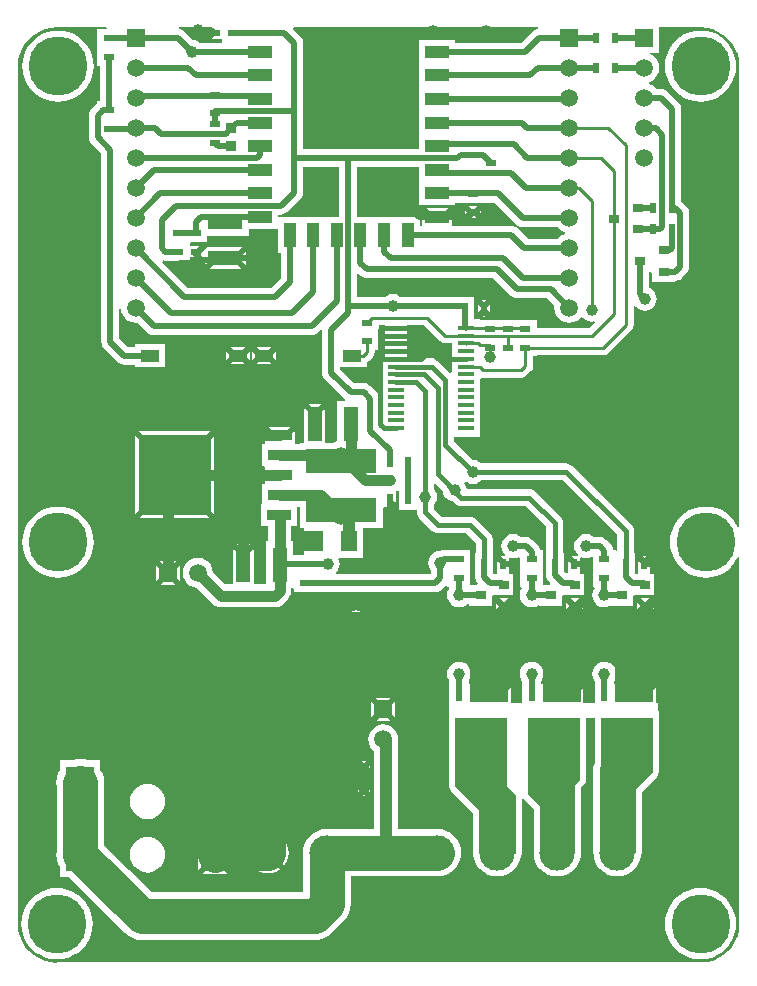
<source format=gtl>
G04 Layer_Physical_Order=1*
G04 Layer_Color=255*
%FSLAX25Y25*%
%MOIN*%
G70*
G01*
G75*
%ADD10R,0.09449X0.11024*%
%ADD11C,0.03937*%
%ADD12R,0.01968X0.03543*%
%ADD13R,0.03543X0.01968*%
%ADD14R,0.03543X0.03150*%
%ADD15R,0.02362X0.05118*%
%ADD16R,0.17362X0.16142*%
%ADD17R,0.05118X0.11614*%
%ADD18R,0.23622X0.07874*%
%ADD19R,0.05276X0.07087*%
%ADD20R,0.07874X0.03543*%
%ADD21R,0.24488X0.27008*%
%ADD22R,0.03937X0.07874*%
%ADD23R,0.07874X0.03937*%
%ADD24R,0.03740X0.03347*%
%ADD25R,0.05512X0.01772*%
%ADD26R,0.06000X0.03937*%
%ADD27R,0.11614X0.05118*%
%ADD28C,0.11811*%
%ADD29C,0.03937*%
%ADD30C,0.01968*%
%ADD31C,0.03543*%
%ADD32C,0.01181*%
%ADD33C,0.01575*%
%ADD34C,0.01000*%
%ADD35C,0.03858*%
%ADD36R,0.04035X0.33858*%
%ADD37R,0.05807X0.07087*%
%ADD38R,0.12500X0.15059*%
%ADD39R,1.34252X0.16831*%
%ADD40C,0.19685*%
%ADD41R,0.05905X0.05905*%
%ADD42C,0.05905*%
%ADD43C,0.06000*%
%ADD44R,0.05905X0.05905*%
%ADD45C,0.11811*%
%ADD46C,0.03543*%
G36*
X639473Y630370D02*
X639539Y629870D01*
X639939Y628904D01*
X640575Y628075D01*
X641404Y627439D01*
X642370Y627039D01*
X642870Y626973D01*
X643583Y626260D01*
X643583Y626260D01*
X644165Y625813D01*
X644843Y625532D01*
X645571Y625437D01*
X645571Y625437D01*
X667044D01*
X673931Y618550D01*
Y609776D01*
X673758D01*
Y606200D01*
X673732Y606004D01*
Y602490D01*
X673758Y602295D01*
Y602232D01*
X673766D01*
X673835Y601711D01*
X674135Y600985D01*
X674614Y600362D01*
X675270Y599706D01*
X675078Y599244D01*
X672718D01*
Y604252D01*
X672718Y604626D01*
X672718Y605000D01*
Y610720D01*
X671887D01*
X671854Y610966D01*
X671554Y611692D01*
X671075Y612315D01*
X669156Y614235D01*
X668533Y614713D01*
X667807Y615014D01*
X667028Y615116D01*
X665490D01*
X664895Y615573D01*
X663930Y615973D01*
X662894Y616109D01*
X661858Y615973D01*
X660892Y615573D01*
X660063Y614937D01*
X659427Y614108D01*
X659027Y613142D01*
X658891Y612106D01*
X659027Y611070D01*
X659427Y610105D01*
X660063Y609276D01*
X660098Y609249D01*
X659938Y608776D01*
X658839D01*
X660117Y607498D01*
X658702Y606084D01*
X657425Y607361D01*
Y603313D01*
X657425Y603232D01*
X657230Y602813D01*
X656365D01*
X656199Y602979D01*
Y606004D01*
X656173Y606200D01*
Y609776D01*
X656000D01*
Y614331D01*
X655905Y615058D01*
X655624Y615736D01*
X655177Y616319D01*
X655177Y616319D01*
X650401Y621095D01*
X649819Y621541D01*
X649141Y621822D01*
X648413Y621918D01*
X648413Y621918D01*
X638948D01*
X636276Y624590D01*
Y625600D01*
X636295Y625615D01*
X636931Y626443D01*
X637331Y627409D01*
X637467Y628445D01*
X637331Y629481D01*
X636931Y630446D01*
X636295Y631275D01*
X636276Y631290D01*
Y632914D01*
X636738Y633105D01*
X639473Y630370D01*
D02*
G37*
G36*
X638453Y680383D02*
X639281Y679830D01*
X640256Y679636D01*
X642291D01*
Y676740D01*
Y674181D01*
Y670069D01*
X641791Y669862D01*
X637716Y673937D01*
X637134Y674384D01*
X636456Y674664D01*
X635728Y674760D01*
X635728Y674760D01*
X628575D01*
Y674835D01*
X627575D01*
Y677740D01*
Y680299D01*
Y682858D01*
Y685640D01*
X633196D01*
X638453Y680383D01*
D02*
G37*
G36*
X584319Y709913D02*
X585277D01*
Y701345D01*
X582218Y698286D01*
X554471D01*
X545851Y706906D01*
X545967Y707204D01*
X546105Y707359D01*
X546811Y707266D01*
X551181D01*
X551377Y707291D01*
X554953D01*
Y708291D01*
X559622D01*
X559858Y708291D01*
X560122Y707901D01*
Y705926D01*
X562974Y708778D01*
X564388Y707364D01*
X561536Y704512D01*
X572322D01*
X569470Y707364D01*
X570177Y708071D01*
X569470Y708778D01*
X572322Y711630D01*
X560642D01*
X558581Y709569D01*
X557167Y710983D01*
X558444Y712260D01*
X554953D01*
Y713260D01*
X555359Y713486D01*
X557087D01*
X557282Y713512D01*
X560858D01*
Y715520D01*
X574736D01*
Y717787D01*
X584319D01*
Y709913D01*
D02*
G37*
G36*
X612041Y702202D02*
X612664Y701724D01*
X613390Y701423D01*
X614169Y701321D01*
X656234D01*
X662045Y695509D01*
X662668Y695031D01*
X663394Y694730D01*
X664173Y694628D01*
X674115D01*
X676590Y692153D01*
X676505Y691500D01*
X676675Y690207D01*
X677174Y689002D01*
X677968Y687968D01*
X679002Y687174D01*
X680207Y686675D01*
X681500Y686505D01*
X682793Y686675D01*
X683998Y687174D01*
X685032Y687968D01*
X685395Y688441D01*
X685895D01*
X686146Y688115D01*
X686975Y687478D01*
X687940Y687079D01*
X688976Y686942D01*
X689829Y687054D01*
X690063Y686581D01*
X688216Y684734D01*
X670701D01*
Y687492D01*
X651803D01*
Y687630D01*
X649900D01*
Y691339D01*
X649874Y691534D01*
Y695110D01*
X646298D01*
X646102Y695136D01*
X625234D01*
X624639Y695592D01*
X623674Y695992D01*
X622638Y696129D01*
X621602Y695992D01*
X620636Y695592D01*
X620042Y695136D01*
X610884D01*
Y702706D01*
X611346Y702897D01*
X612041Y702202D01*
D02*
G37*
G36*
X620063Y682858D02*
Y680299D01*
Y677740D01*
Y674835D01*
X619063D01*
Y672276D01*
Y666504D01*
Y661386D01*
Y658827D01*
Y656268D01*
Y651649D01*
X618563Y651442D01*
X618167Y651837D01*
Y661221D01*
X618065Y662000D01*
X617764Y662725D01*
X617286Y663349D01*
X615121Y665514D01*
X614497Y665993D01*
X613771Y666293D01*
X612992Y666396D01*
X609908D01*
X605182Y671122D01*
X605191Y671622D01*
X614153D01*
Y673426D01*
X614696Y673788D01*
X615976Y675068D01*
X616528Y675895D01*
X616722Y676870D01*
Y677370D01*
X617945D01*
Y683339D01*
X617945D01*
Y683591D01*
X617945D01*
Y685640D01*
X620063D01*
Y682858D01*
D02*
G37*
G36*
X624638Y630480D02*
X624864Y630074D01*
Y627953D01*
X624890Y627757D01*
Y624181D01*
X630653D01*
Y623425D01*
X630653Y623425D01*
X630749Y622697D01*
X631030Y622019D01*
X631477Y621437D01*
X635795Y617119D01*
X635795Y617119D01*
X636378Y616672D01*
X637056Y616391D01*
X637783Y616295D01*
X647249D01*
X650378Y613166D01*
Y609776D01*
X650205D01*
Y606200D01*
X650179Y606004D01*
Y601732D01*
X650281Y600953D01*
X650582Y600227D01*
X650953Y599744D01*
X650760Y599244D01*
X648457D01*
Y604500D01*
X648457D01*
Y604752D01*
X648457D01*
Y610720D01*
X644881D01*
X644685Y610746D01*
X639724D01*
X638945Y610644D01*
X638569Y610488D01*
X638484Y610499D01*
X637448Y610362D01*
X636483Y609963D01*
X635654Y609326D01*
X635018Y608497D01*
X634618Y607532D01*
X634481Y606496D01*
X634618Y605460D01*
X635018Y604495D01*
X635474Y603900D01*
Y602754D01*
X603917D01*
X603757Y603228D01*
X603815Y603272D01*
X604451Y604101D01*
X604851Y605066D01*
X604987Y606102D01*
X604851Y607138D01*
X604603Y607736D01*
X604937Y608236D01*
X612630D01*
Y618079D01*
X619323D01*
Y624825D01*
X619669Y625181D01*
X622224D01*
X620946Y626458D01*
X622361Y627873D01*
X623638Y626595D01*
Y630480D01*
X624638D01*
D02*
G37*
G36*
X510733Y784961D02*
X527231D01*
X527430Y784461D01*
X527410Y784441D01*
X524181D01*
Y778473D01*
X524181D01*
Y778221D01*
X524181D01*
Y772252D01*
X524943D01*
Y760425D01*
X524181D01*
Y759698D01*
X524013Y759569D01*
X522183Y757739D01*
X521704Y757115D01*
X521404Y756389D01*
X521301Y755610D01*
Y748425D01*
X521404Y747646D01*
X521704Y746920D01*
X522183Y746297D01*
X525533Y742946D01*
Y680118D01*
X525636Y679339D01*
X525937Y678613D01*
X526415Y677990D01*
X530942Y673462D01*
X531566Y672984D01*
X532292Y672683D01*
X533071Y672581D01*
X536634D01*
Y671622D01*
X546634D01*
Y679559D01*
X536634D01*
Y678601D01*
X534318D01*
X531553Y681365D01*
Y691097D01*
X532053Y691129D01*
X532175Y690207D01*
X532674Y689002D01*
X533468Y687968D01*
X534502Y687174D01*
X535707Y686675D01*
X537000Y686505D01*
X537653Y686590D01*
X540939Y683305D01*
X541562Y682826D01*
X542288Y682526D01*
X543067Y682423D01*
X595669D01*
X596448Y682526D01*
X597174Y682826D01*
X597798Y683305D01*
X598682Y684189D01*
X599153Y683958D01*
X599155Y683955D01*
Y669882D01*
X599258Y669103D01*
X599559Y668377D01*
X600037Y667754D01*
X606533Y661257D01*
X606786Y661063D01*
X606617Y660563D01*
X604102D01*
Y647112D01*
X602990Y646651D01*
X602778Y646488D01*
X600213D01*
Y658149D01*
X597361Y655297D01*
X596654Y656004D01*
X595947Y655297D01*
X593094Y658149D01*
Y646488D01*
X591701D01*
Y646226D01*
X590428D01*
X589976Y646343D01*
X589976Y646726D01*
Y650472D01*
X587912Y648407D01*
X586498Y649821D01*
X588562Y651886D01*
X581517D01*
X583581Y649821D01*
X582167Y648407D01*
X580102Y650472D01*
X580102Y646343D01*
X579664Y646193D01*
X579102D01*
Y638650D01*
X579664D01*
X580102Y638500D01*
X580102Y638150D01*
X580102Y632957D01*
X579664Y632807D01*
X579102D01*
Y626213D01*
X578905D01*
Y618669D01*
X581137D01*
Y613713D01*
X580382D01*
Y599375D01*
X576492D01*
Y611298D01*
X573640Y608446D01*
X572933Y609154D01*
X572226Y608446D01*
X569374Y611298D01*
Y599375D01*
X566910D01*
X562693Y603592D01*
X562581Y604443D01*
X562082Y605647D01*
X561288Y606682D01*
X560254Y607476D01*
X559049Y607975D01*
X557756Y608145D01*
X556463Y607975D01*
X555258Y607476D01*
X554224Y606682D01*
X553430Y605647D01*
X552931Y604443D01*
X552760Y603150D01*
X552931Y601857D01*
X553430Y600652D01*
X554224Y599617D01*
X555258Y598823D01*
X556463Y598324D01*
X557313Y598212D01*
X562645Y592881D01*
X562645Y592881D01*
X562929Y592662D01*
X563433Y592276D01*
X563970Y592054D01*
X564350Y591896D01*
X565335Y591767D01*
X583464D01*
X583465Y591767D01*
X583957Y591831D01*
X584449Y591896D01*
X585367Y592276D01*
X586155Y592881D01*
X587631Y594357D01*
X587631Y594357D01*
X588236Y595145D01*
X588616Y596063D01*
X588745Y597047D01*
Y598098D01*
X589500D01*
X589732Y597695D01*
Y596760D01*
X593308D01*
X593504Y596734D01*
X636850D01*
X637629Y596837D01*
X638355Y597137D01*
X638979Y597616D01*
X640413Y599050D01*
X640913Y598843D01*
Y598531D01*
X641347D01*
X641594Y598032D01*
X641317Y597671D01*
X640917Y596705D01*
X640781Y595669D01*
X640917Y594633D01*
X641317Y593668D01*
X641953Y592839D01*
X642782Y592203D01*
X643748Y591803D01*
X644783Y591667D01*
X645819Y591803D01*
X646785Y592203D01*
X647380Y592659D01*
X648197D01*
Y592095D01*
X655740D01*
Y595275D01*
X656071Y595638D01*
X663614D01*
Y602787D01*
X661527D01*
X661394Y603232D01*
X661394Y603287D01*
Y607982D01*
X661752Y608221D01*
X661894Y608235D01*
X662894Y608104D01*
X663930Y608240D01*
X664675Y608549D01*
X665175Y608267D01*
X665175Y604626D01*
X665175Y604252D01*
Y598531D01*
X665560D01*
X665806Y598032D01*
X665530Y597671D01*
X665130Y596705D01*
X664993Y595669D01*
X665130Y594633D01*
X665530Y593668D01*
X666166Y592839D01*
X666995Y592203D01*
X667960Y591803D01*
X668996Y591667D01*
X670032Y591803D01*
X670997Y592203D01*
X671220Y592374D01*
X671721Y592127D01*
Y592095D01*
X679264D01*
Y595275D01*
X679595Y595638D01*
X687138D01*
Y602787D01*
X685080D01*
X684947Y603232D01*
X684947Y603287D01*
Y608164D01*
X685447Y608498D01*
X686070Y608240D01*
X687106Y608104D01*
X688142Y608240D01*
X688937Y608569D01*
X689437Y608316D01*
X689437Y604626D01*
X689437Y604252D01*
Y598531D01*
X689773D01*
X690019Y598032D01*
X689742Y597671D01*
X689342Y596705D01*
X689206Y595669D01*
X689342Y594633D01*
X689742Y593668D01*
X690378Y592839D01*
X691207Y592203D01*
X692173Y591803D01*
X693209Y591667D01*
X694245Y591803D01*
X694774Y592022D01*
X695244Y592095D01*
X695244Y592095D01*
X695244Y592095D01*
X702787D01*
Y595275D01*
X703118Y595638D01*
X710661D01*
Y602787D01*
X708633D01*
X708500Y603232D01*
X708500Y603287D01*
Y607361D01*
X707223Y606084D01*
X706516Y606791D01*
X705808Y606084D01*
X704531Y607361D01*
Y603313D01*
X704531Y603232D01*
X704336Y602813D01*
X703609D01*
X703305Y603117D01*
Y606004D01*
X703279Y606200D01*
Y609776D01*
X703107D01*
Y617028D01*
X703107Y617028D01*
X703011Y617755D01*
X702730Y618433D01*
X702283Y619016D01*
X702283Y619016D01*
X682500Y638799D01*
X681917Y639246D01*
X681240Y639527D01*
X680512Y639622D01*
X680512Y639622D01*
X652156D01*
X652141Y639641D01*
X651312Y640277D01*
X650347Y640677D01*
X649311Y640814D01*
X649287Y640811D01*
X643067Y647031D01*
Y648591D01*
X651803D01*
Y651150D01*
Y653709D01*
Y656268D01*
Y658827D01*
Y661386D01*
Y663945D01*
Y667918D01*
X652303Y668328D01*
X652854Y668219D01*
X665453D01*
X666428Y668413D01*
X667255Y668965D01*
X668731Y670442D01*
X669284Y671269D01*
X669478Y672244D01*
Y675303D01*
X670701D01*
Y675738D01*
X692854D01*
X693830Y675932D01*
X694657Y676485D01*
X702196Y684024D01*
X702749Y684851D01*
X702943Y685827D01*
Y692035D01*
X703443Y692205D01*
X703863Y691658D01*
X704692Y691022D01*
X705657Y690622D01*
X706693Y690485D01*
X707729Y690622D01*
X708694Y691022D01*
X709523Y691658D01*
X710159Y692487D01*
X710559Y693452D01*
X710696Y694488D01*
X710559Y695524D01*
X710159Y696490D01*
X709523Y697319D01*
X708694Y697955D01*
X708128Y698189D01*
Y703512D01*
X708890D01*
X709221Y703149D01*
Y699968D01*
X716764D01*
Y700533D01*
X716929D01*
X717708Y700636D01*
X718434Y700937D01*
X719058Y701415D01*
X720606Y702963D01*
X721084Y703586D01*
X721385Y704312D01*
X721487Y705091D01*
Y723255D01*
X721385Y724034D01*
X721084Y724760D01*
X720606Y725384D01*
X719058Y726931D01*
X718719Y727192D01*
Y757913D01*
X718616Y758692D01*
X718315Y759418D01*
X717837Y760042D01*
X714250Y763628D01*
X713627Y764107D01*
X712901Y764407D01*
X712122Y764510D01*
X710433D01*
X710032Y765032D01*
X708998Y765826D01*
X708024Y766229D01*
Y766771D01*
X708998Y767174D01*
X710032Y767968D01*
X710826Y769002D01*
X711325Y770207D01*
X711495Y771500D01*
X711325Y772793D01*
X710826Y773998D01*
X710032Y775032D01*
X708998Y775826D01*
X708464Y776047D01*
X708564Y776547D01*
X711453D01*
Y784961D01*
X725291D01*
X725424Y784987D01*
X727318Y784838D01*
X729294Y784364D01*
X731173Y783586D01*
X732906Y782524D01*
X734452Y781204D01*
X735772Y779658D01*
X736834Y777924D01*
X737612Y776047D01*
X738086Y774070D01*
X738235Y772176D01*
X738209Y772043D01*
Y618476D01*
X737719Y618379D01*
X737553Y618779D01*
X736579Y620368D01*
X735368Y621786D01*
X733951Y622996D01*
X732362Y623970D01*
X730639Y624684D01*
X728827Y625119D01*
X726968Y625265D01*
X725110Y625119D01*
X723298Y624684D01*
X721575Y623970D01*
X719986Y622996D01*
X718569Y621786D01*
X717358Y620368D01*
X716384Y618779D01*
X715671Y617057D01*
X715236Y615244D01*
X715089Y613386D01*
X715236Y611527D01*
X715671Y609715D01*
X716384Y607993D01*
X717358Y606403D01*
X718569Y604986D01*
X719986Y603775D01*
X721575Y602801D01*
X723298Y602088D01*
X725110Y601653D01*
X726968Y601507D01*
X728827Y601653D01*
X730639Y602088D01*
X732362Y602801D01*
X733951Y603775D01*
X735368Y604986D01*
X736579Y606403D01*
X737553Y607993D01*
X737719Y608393D01*
X738209Y608295D01*
Y486216D01*
X738235Y486086D01*
X738086Y484198D01*
X737612Y482221D01*
X736834Y480343D01*
X735772Y478610D01*
X734452Y477064D01*
X732906Y475744D01*
X731173Y474682D01*
X729294Y473904D01*
X727318Y473429D01*
X725790Y473309D01*
X725291Y473307D01*
Y473307D01*
X725288Y473306D01*
X510732D01*
X510600Y473280D01*
X508706Y473429D01*
X506729Y473903D01*
X504851Y474681D01*
X503118Y475743D01*
X501572Y477064D01*
X500252Y478609D01*
X499190Y480342D01*
X498412Y482221D01*
X497937Y484197D01*
X497788Y486089D01*
X497815Y486221D01*
Y771556D01*
X497815Y772048D01*
X497815Y772048D01*
X497817Y772547D01*
X497937Y774075D01*
X498412Y776051D01*
X499190Y777929D01*
X500252Y779663D01*
X501572Y781209D01*
X503118Y782529D01*
X504851Y783591D01*
X506729Y784369D01*
X508706Y784843D01*
X510582Y784991D01*
X510733Y784961D01*
D02*
G37*
G36*
X591701Y618079D02*
X593094D01*
Y609236D01*
X592703Y608975D01*
X589500D01*
Y613713D01*
X588745D01*
Y618669D01*
X590779D01*
Y625231D01*
X591701D01*
Y618079D01*
D02*
G37*
G36*
X697484Y615863D02*
Y610328D01*
X697480Y610327D01*
X696980Y610670D01*
Y610720D01*
X696194D01*
X696116Y611310D01*
X695815Y612037D01*
X695337Y612660D01*
X693762Y614235D01*
X693139Y614713D01*
X692413Y615014D01*
X691634Y615116D01*
X689703D01*
X689108Y615573D01*
X688142Y615973D01*
X687106Y616109D01*
X686070Y615973D01*
X685105Y615573D01*
X684276Y614937D01*
X683640Y614108D01*
X683240Y613142D01*
X683104Y612106D01*
X683240Y611070D01*
X683640Y610105D01*
X684276Y609276D01*
X684311Y609249D01*
X684150Y608776D01*
X682393D01*
X683670Y607498D01*
X682255Y606084D01*
X680978Y607361D01*
Y603313D01*
X680978Y603232D01*
X680974Y603223D01*
X680373Y603116D01*
X679752Y603737D01*
Y606004D01*
X679726Y606200D01*
Y609776D01*
X679554D01*
Y619715D01*
X679458Y620442D01*
X679177Y621120D01*
X678730Y621703D01*
X678730Y621703D01*
X670197Y630236D01*
X669614Y630683D01*
X668936Y630964D01*
X668209Y631060D01*
X668209Y631060D01*
X647388D01*
X647272Y631942D01*
X646872Y632907D01*
X646605Y633255D01*
X646961Y633612D01*
X647310Y633345D01*
X648275Y632945D01*
X649311Y632808D01*
X650347Y632945D01*
X651312Y633345D01*
X652141Y633981D01*
X652156Y634000D01*
X679347D01*
X697484Y615863D01*
D02*
G37*
G36*
X560614Y782540D02*
X561891Y783817D01*
X563306Y782403D01*
X562028Y781126D01*
X565761D01*
Y780126D01*
X565362Y779884D01*
X558222D01*
X557627Y780340D01*
X556662Y780740D01*
X555919Y780838D01*
X553128Y783628D01*
X552505Y784107D01*
X551779Y784407D01*
X551372Y784461D01*
X551405Y784961D01*
X560614D01*
Y782540D01*
D02*
G37*
G36*
X604864Y721787D02*
X584382D01*
Y722581D01*
X585433D01*
X586212Y722683D01*
X586938Y722984D01*
X587562Y723462D01*
X591892Y727793D01*
X592371Y728416D01*
X592671Y729142D01*
X592774Y729921D01*
Y738329D01*
X604864D01*
Y721787D01*
D02*
G37*
G36*
X671128Y784461D02*
X670721Y784407D01*
X669995Y784107D01*
X669372Y783628D01*
X665627Y779884D01*
X643437D01*
Y780842D01*
X631563D01*
Y772905D01*
Y765031D01*
Y757158D01*
Y749284D01*
Y744349D01*
X592774D01*
Y757087D01*
Y779921D01*
X592671Y780700D01*
X592371Y781426D01*
X591892Y782050D01*
X589443Y784499D01*
X589634Y784961D01*
X671095D01*
X671128Y784461D01*
D02*
G37*
G36*
X631563Y733535D02*
Y725661D01*
X643437D01*
Y726620D01*
X656623D01*
X663872Y719372D01*
X664495Y718893D01*
X665221Y718593D01*
X666000Y718490D01*
X677567D01*
X677968Y717968D01*
X679002Y717174D01*
X679976Y716771D01*
Y716229D01*
X679002Y715826D01*
X677968Y715032D01*
X677567Y714510D01*
X667747D01*
X664278Y717979D01*
X663655Y718457D01*
X662929Y718758D01*
X662150Y718860D01*
X642437D01*
Y723310D01*
X640176Y721049D01*
X638761Y722463D01*
X641023Y724724D01*
X633977D01*
X636239Y722463D01*
X634824Y721049D01*
X632563Y723310D01*
Y718860D01*
X631626D01*
Y721787D01*
X610884D01*
Y738329D01*
X631563D01*
Y733535D01*
D02*
G37*
%LPC*%
G36*
X573736Y710216D02*
X571591Y708071D01*
X573736Y705926D01*
Y710216D01*
D02*
G37*
G36*
X651126Y692696D02*
Y689981D01*
X652403Y691258D01*
X653110Y690551D01*
X653817Y691258D01*
X655094Y689981D01*
Y692696D01*
X653817Y691419D01*
X653110Y692126D01*
X652403Y691419D01*
X651126Y692696D01*
D02*
G37*
G36*
X653110Y689137D02*
X652540Y688567D01*
X653680D01*
X653110Y689137D01*
D02*
G37*
G36*
X653680Y694110D02*
X652540D01*
X653110Y693540D01*
X653680Y694110D01*
D02*
G37*
G36*
X610532Y590691D02*
X609757Y590589D01*
X609260Y590383D01*
X609584Y590059D01*
X611480D01*
X611803Y590383D01*
X611306Y590589D01*
X610532Y590691D01*
D02*
G37*
G36*
X706890Y590909D02*
X705532Y589551D01*
X708247D01*
X706890Y590909D01*
D02*
G37*
G36*
X693209Y573589D02*
X692173Y573453D01*
X691207Y573053D01*
X690378Y572417D01*
X689742Y571588D01*
X689342Y570623D01*
X689206Y569587D01*
X689342Y568551D01*
X689581Y567974D01*
X689742Y567585D01*
X689805Y567499D01*
X690008Y567071D01*
X690008Y566740D01*
Y559858D01*
X686511Y559854D01*
X686158Y560207D01*
Y564794D01*
X684684Y563320D01*
X683976Y564027D01*
X683269Y563320D01*
X681795Y564794D01*
Y560271D01*
X681658Y560214D01*
X681157Y560548D01*
Y564794D01*
X679683Y563320D01*
X678976Y564027D01*
X678269Y563320D01*
X676795Y564794D01*
Y560265D01*
X676657Y560208D01*
X676158Y560542D01*
Y564794D01*
X674684Y563320D01*
X673269Y564734D01*
X674743Y566208D01*
X672157D01*
Y567188D01*
X672463Y567585D01*
X672862Y568551D01*
X672999Y569587D01*
X672862Y570623D01*
X672463Y571588D01*
X671826Y572417D01*
X670997Y573053D01*
X670032Y573453D01*
X668996Y573589D01*
X667960Y573453D01*
X666995Y573053D01*
X666166Y572417D01*
X665530Y571588D01*
X665130Y570623D01*
X664993Y569587D01*
X665130Y568551D01*
X665369Y567974D01*
X665530Y567585D01*
X665592Y567499D01*
X665795Y567071D01*
X665795Y566740D01*
Y559830D01*
X662299Y559826D01*
X661945Y560179D01*
Y564794D01*
X660471Y563320D01*
X659764Y564027D01*
X659057Y563320D01*
X657583Y564794D01*
Y560243D01*
X657445Y560186D01*
X656945Y560520D01*
Y564794D01*
X655471Y563320D01*
X654764Y564027D01*
X654057Y563320D01*
X652583Y564794D01*
Y560238D01*
X652445Y560181D01*
X651945Y560514D01*
Y564794D01*
X650471Y563320D01*
X649057Y564734D01*
X650531Y566208D01*
X647945D01*
Y567188D01*
X648250Y567585D01*
X648650Y568551D01*
X648786Y569587D01*
X648650Y570623D01*
X648250Y571588D01*
X647614Y572417D01*
X646785Y573053D01*
X645819Y573453D01*
X644783Y573589D01*
X643748Y573453D01*
X642782Y573053D01*
X641953Y572417D01*
X641317Y571588D01*
X640917Y570623D01*
X640781Y569587D01*
X640917Y568551D01*
X641317Y567585D01*
X641317Y567585D01*
X641380Y567499D01*
X641583Y567208D01*
Y558090D01*
X641583D01*
Y557020D01*
X641583D01*
Y551673D01*
X641563Y551575D01*
X641563Y531988D01*
X641563Y531988D01*
X641718Y531208D01*
X642160Y530546D01*
X649437Y523270D01*
Y509547D01*
X649592Y508767D01*
X649732Y508558D01*
X649748Y508391D01*
X650200Y506901D01*
X650934Y505528D01*
X651922Y504324D01*
X653126Y503336D01*
X654499Y502602D01*
X655990Y502150D01*
X657539Y501997D01*
X659089Y502150D01*
X660579Y502602D01*
X661953Y503336D01*
X663157Y504324D01*
X664144Y505528D01*
X664878Y506901D01*
X665331Y508391D01*
X665333Y508420D01*
X665565Y508767D01*
X665720Y509547D01*
Y527769D01*
X666220Y527921D01*
X666373Y527692D01*
X669614Y524451D01*
Y510131D01*
X669596Y509941D01*
X669614Y509751D01*
Y509547D01*
X669654Y509348D01*
X669748Y508391D01*
X670200Y506901D01*
X670934Y505528D01*
X671922Y504324D01*
X673126Y503336D01*
X674499Y502602D01*
X675990Y502150D01*
X677539Y501997D01*
X679089Y502150D01*
X680579Y502602D01*
X681953Y503336D01*
X683156Y504324D01*
X684144Y505528D01*
X684878Y506901D01*
X685330Y508391D01*
X685386Y508956D01*
X685504Y509547D01*
Y531734D01*
X686580Y532810D01*
X687022Y533472D01*
X687177Y534252D01*
Y550787D01*
X687157Y550885D01*
Y554921D01*
X690008D01*
Y552755D01*
X689988Y552658D01*
Y539621D01*
X689750Y539265D01*
X689595Y538484D01*
Y509646D01*
X689654Y509347D01*
X689748Y508391D01*
X690200Y506901D01*
X690934Y505528D01*
X691922Y504324D01*
X693126Y503336D01*
X694499Y502602D01*
X695990Y502150D01*
X697539Y501997D01*
X699089Y502150D01*
X700579Y502602D01*
X701953Y503336D01*
X703157Y504324D01*
X704144Y505528D01*
X704878Y506901D01*
X705331Y508391D01*
X705351Y508605D01*
X705526Y508865D01*
X705681Y509646D01*
Y530159D01*
X710792Y535271D01*
X711234Y535932D01*
X711390Y536713D01*
Y552658D01*
X711370Y552756D01*
Y557020D01*
X711024D01*
X711024Y559882D01*
X710724Y559881D01*
X710370Y560235D01*
Y564794D01*
X708896Y563320D01*
X708189Y564027D01*
X707482Y563320D01*
X706008Y564794D01*
Y560299D01*
X705870Y560242D01*
X705370Y560576D01*
Y564794D01*
X703896Y563320D01*
X703189Y564027D01*
X702482Y563320D01*
X701008Y564794D01*
Y560293D01*
X700870Y560236D01*
X700370Y560570D01*
Y564794D01*
X698896Y563320D01*
X697482Y564734D01*
X698956Y566208D01*
X696370D01*
Y567188D01*
X696675Y567585D01*
X697075Y568551D01*
X697211Y569587D01*
X697075Y570623D01*
X696675Y571588D01*
X696039Y572417D01*
X695210Y573053D01*
X694245Y573453D01*
X693209Y573589D01*
D02*
G37*
G36*
X709661Y593287D02*
X708501Y592126D01*
X709661Y590965D01*
Y593287D01*
D02*
G37*
G36*
X615535Y560196D02*
Y555119D01*
X618074Y557657D01*
X615535Y560196D01*
D02*
G37*
G36*
X622027Y561610D02*
X616950D01*
X619488Y559072D01*
X622027Y561610D01*
D02*
G37*
G36*
X662614Y593287D02*
X661454Y592126D01*
X662614Y590965D01*
Y593287D01*
D02*
G37*
G36*
X655531Y566208D02*
X653997D01*
X654764Y565441D01*
X655531Y566208D01*
D02*
G37*
G36*
X611693Y585121D02*
X611275Y584801D01*
X611306Y584805D01*
X611803Y585011D01*
X611693Y585121D01*
D02*
G37*
G36*
X679743Y566208D02*
X678210D01*
X678976Y565441D01*
X679743Y566208D01*
D02*
G37*
G36*
X659842Y590909D02*
X658485Y589551D01*
X661200D01*
X659842Y590909D01*
D02*
G37*
G36*
X613218Y588969D02*
X612992Y588743D01*
Y586650D01*
X613218Y586425D01*
X613424Y586922D01*
X613526Y587697D01*
X613424Y588472D01*
X613218Y588969D01*
D02*
G37*
G36*
X683366Y590909D02*
X682009Y589551D01*
X684724D01*
X683366Y590909D01*
D02*
G37*
G36*
X703956Y566208D02*
X702422D01*
X703189Y565441D01*
X703956Y566208D01*
D02*
G37*
G36*
X660531D02*
X658997D01*
X659764Y565441D01*
X660531Y566208D01*
D02*
G37*
G36*
X684743D02*
X683210D01*
X683976Y565441D01*
X684743Y566208D01*
D02*
G37*
G36*
X708956D02*
X707422D01*
X708189Y565441D01*
X708956Y566208D01*
D02*
G37*
G36*
X586548Y514071D02*
X582418Y509941D01*
X586548Y505811D01*
X586773Y506086D01*
X587415Y507285D01*
X587810Y508587D01*
X587943Y509941D01*
X587810Y511295D01*
X587415Y512596D01*
X586773Y513796D01*
X586548Y514071D01*
D02*
G37*
G36*
X540945Y515218D02*
X539781Y515103D01*
X538662Y514764D01*
X537631Y514212D01*
X536727Y513470D01*
X535985Y512566D01*
X535433Y511535D01*
X535094Y510416D01*
X534979Y509252D01*
X535094Y508088D01*
X535433Y506969D01*
X535985Y505938D01*
X536727Y505034D01*
X537631Y504292D01*
X538662Y503740D01*
X539781Y503401D01*
X540945Y503286D01*
X542109Y503401D01*
X543228Y503740D01*
X544259Y504292D01*
X545163Y505034D01*
X545905Y505938D01*
X546456Y506969D01*
X546796Y508088D01*
X546911Y509252D01*
X546796Y510416D01*
X546456Y511535D01*
X545905Y512566D01*
X545163Y513470D01*
X544259Y514212D01*
X543228Y514764D01*
X542109Y515103D01*
X540945Y515218D01*
D02*
G37*
G36*
X569110Y514350D02*
X564093Y509332D01*
X563878Y509547D01*
X562894D01*
X562679Y509332D01*
X562464Y509547D01*
X557661D01*
Y504154D01*
X562679Y509172D01*
X563386Y508464D01*
X564093Y509172D01*
X569110Y504154D01*
Y514350D01*
D02*
G37*
G36*
X575460Y514071D02*
X575234Y513796D01*
X574593Y512596D01*
X574198Y511295D01*
X574065Y509941D01*
X574198Y508587D01*
X574593Y507285D01*
X575234Y506086D01*
X575460Y505811D01*
X579590Y509941D01*
X575460Y514071D01*
D02*
G37*
G36*
X581004Y508527D02*
X576874Y504397D01*
X577149Y504172D01*
X578348Y503530D01*
X579650Y503135D01*
X581004Y503002D01*
X582358Y503135D01*
X583659Y503530D01*
X584859Y504172D01*
X585134Y504397D01*
X581004Y508527D01*
D02*
G37*
G36*
X725291Y498104D02*
X723433Y497957D01*
X721621Y497522D01*
X719898Y496809D01*
X718309Y495835D01*
X716891Y494624D01*
X715681Y493207D01*
X714707Y491617D01*
X713994Y489895D01*
X713558Y488083D01*
X713412Y486224D01*
X713558Y484366D01*
X713994Y482553D01*
X714707Y480831D01*
X715681Y479242D01*
X716891Y477825D01*
X718309Y476614D01*
X719898Y475640D01*
X721621Y474927D01*
X723433Y474492D01*
X725291Y474345D01*
X727150Y474492D01*
X728962Y474927D01*
X730684Y475640D01*
X732274Y476614D01*
X733691Y477825D01*
X734902Y479242D01*
X735876Y480831D01*
X736589Y482553D01*
X737024Y484366D01*
X737171Y486224D01*
X737024Y488083D01*
X736589Y489895D01*
X735876Y491617D01*
X734902Y493207D01*
X733691Y494624D01*
X732274Y495835D01*
X730684Y496809D01*
X728962Y497522D01*
X727150Y497957D01*
X725291Y498104D01*
D02*
G37*
G36*
X510732D02*
X508874Y497957D01*
X507061Y497522D01*
X505339Y496809D01*
X503750Y495835D01*
X502332Y494624D01*
X501122Y493207D01*
X500148Y491617D01*
X499435Y489895D01*
X498999Y488083D01*
X498853Y486224D01*
X498999Y484366D01*
X499435Y482553D01*
X500148Y480831D01*
X501122Y479242D01*
X502332Y477825D01*
X503750Y476614D01*
X505339Y475640D01*
X507061Y474927D01*
X508874Y474492D01*
X510732Y474345D01*
X512591Y474492D01*
X514403Y474927D01*
X516125Y475640D01*
X517715Y476614D01*
X519132Y477825D01*
X520343Y479242D01*
X521317Y480831D01*
X522030Y482553D01*
X522465Y484366D01*
X522611Y486224D01*
X522465Y488083D01*
X522030Y489895D01*
X521317Y491617D01*
X520343Y493207D01*
X519132Y494624D01*
X517715Y495835D01*
X516125Y496809D01*
X514403Y497522D01*
X512591Y497957D01*
X510732Y498104D01*
D02*
G37*
G36*
X563386Y507050D02*
X559076Y502740D01*
X567696D01*
X563386Y507050D01*
D02*
G37*
G36*
X619488Y552653D02*
X618195Y552483D01*
X616990Y551984D01*
X615956Y551190D01*
X615162Y550155D01*
X614663Y548950D01*
X614493Y547657D01*
X614663Y546365D01*
X615162Y545160D01*
X615956Y544125D01*
X616366Y543810D01*
Y541370D01*
X616366D01*
Y533827D01*
Y527823D01*
X616366D01*
Y517885D01*
X600689D01*
X599139Y517732D01*
X597649Y517280D01*
X596276Y516546D01*
X595072Y515558D01*
X594084Y514354D01*
X593350Y512981D01*
X592898Y511491D01*
X592745Y509941D01*
Y496625D01*
X542365D01*
X534899Y504092D01*
X534899Y504092D01*
X526546Y512444D01*
Y517520D01*
Y524902D01*
Y533169D01*
X526546Y533169D01*
X526394Y534719D01*
X525941Y536209D01*
X525228Y537543D01*
Y540779D01*
X520974D01*
X520054Y541059D01*
X518504Y541212D01*
X516954Y541059D01*
X516033Y540779D01*
X511779D01*
Y537458D01*
X511165Y536308D01*
X510713Y534818D01*
X510560Y533268D01*
X510659Y532268D01*
Y524902D01*
Y517520D01*
Y510251D01*
X510560Y509252D01*
X510713Y507702D01*
X511165Y506212D01*
X511779Y505062D01*
Y501740D01*
X514782D01*
X523664Y492857D01*
X523664Y492857D01*
X533458Y483064D01*
X533458Y483064D01*
X534661Y482076D01*
X536035Y481342D01*
X537525Y480890D01*
X539075Y480737D01*
X539075Y480737D01*
X596654D01*
X598203Y480890D01*
X599693Y481342D01*
X601067Y482076D01*
X602271Y483064D01*
X606306Y487099D01*
X607294Y488303D01*
X608028Y489677D01*
X608480Y491167D01*
X608633Y492717D01*
Y501997D01*
X637539D01*
X639089Y502150D01*
X640579Y502602D01*
X641953Y503336D01*
X643156Y504324D01*
X644144Y505528D01*
X644878Y506901D01*
X645330Y508391D01*
X645483Y509941D01*
X645330Y511491D01*
X644878Y512981D01*
X644144Y514354D01*
X643156Y515558D01*
X641953Y516546D01*
X640579Y517280D01*
X639089Y517732D01*
X637539Y517885D01*
X624480D01*
Y547631D01*
X624484Y547657D01*
X624480Y547684D01*
Y547835D01*
X624422Y548129D01*
X624313Y548950D01*
X623814Y550155D01*
X623021Y551190D01*
X621986Y551984D01*
X620781Y552483D01*
X619488Y552653D01*
D02*
G37*
G36*
X581004Y516880D02*
X579650Y516747D01*
X578348Y516352D01*
X577149Y515710D01*
X576874Y515485D01*
X581004Y511355D01*
X585134Y515485D01*
X584859Y515710D01*
X583659Y516352D01*
X582358Y516747D01*
X581004Y516880D01*
D02*
G37*
G36*
X613700Y540370D02*
X612560D01*
X613130Y539800D01*
X613700Y540370D01*
D02*
G37*
G36*
X611146Y538956D02*
Y534866D01*
X611146Y534827D01*
Y534366D01*
X611146Y534327D01*
Y530237D01*
X612423Y531514D01*
X613130Y530807D01*
X613837Y531514D01*
X615114Y530237D01*
Y534327D01*
X615114Y534366D01*
Y534827D01*
X615114Y534866D01*
Y538956D01*
X613837Y537679D01*
X613130Y538386D01*
X612423Y537679D01*
X611146Y538956D01*
D02*
G37*
G36*
X623441Y560196D02*
X620902Y557657D01*
X623441Y555119D01*
Y560196D01*
D02*
G37*
G36*
X619488Y556243D02*
X616950Y553705D01*
X622027D01*
X619488Y556243D01*
D02*
G37*
G36*
X613130Y529393D02*
X612560Y528823D01*
X613700D01*
X613130Y529393D01*
D02*
G37*
G36*
X540945Y532934D02*
X539781Y532820D01*
X538662Y532480D01*
X537631Y531929D01*
X536727Y531187D01*
X535985Y530283D01*
X535433Y529251D01*
X535094Y528132D01*
X534979Y526968D01*
X535094Y525805D01*
X535433Y524685D01*
X535985Y523654D01*
X536727Y522750D01*
X537631Y522008D01*
X538662Y521457D01*
X539781Y521117D01*
X540945Y521003D01*
X542109Y521117D01*
X543228Y521457D01*
X544259Y522008D01*
X545163Y522750D01*
X545905Y523654D01*
X546456Y524685D01*
X546796Y525805D01*
X546911Y526968D01*
X546796Y528132D01*
X546456Y529251D01*
X545905Y530283D01*
X545163Y531187D01*
X544259Y531929D01*
X543228Y532480D01*
X542109Y532820D01*
X540945Y532934D01*
D02*
G37*
G36*
X567696Y515764D02*
X564272D01*
Y512339D01*
X567696Y515764D01*
D02*
G37*
G36*
X569110Y530035D02*
X568178Y529103D01*
X569110Y528170D01*
Y530035D01*
D02*
G37*
G36*
X566763Y527689D02*
X565831Y526756D01*
X567696D01*
X566763Y527689D01*
D02*
G37*
G36*
X583823Y677145D02*
X582269Y675591D01*
X583823Y674036D01*
Y677145D01*
D02*
G37*
G36*
X575823Y677145D02*
Y674036D01*
X577377Y675591D01*
X575823Y677145D01*
D02*
G37*
G36*
X566965D02*
Y674036D01*
X568519Y675591D01*
X566965Y677145D01*
D02*
G37*
G36*
X574965Y677145D02*
X573410Y675591D01*
X574965Y674036D01*
Y677145D01*
D02*
G37*
G36*
X582409Y678559D02*
X577237D01*
X579498Y676298D01*
X578791Y675591D01*
X579498Y674883D01*
X577237Y672622D01*
X582409D01*
X580147Y674883D01*
X580854Y675591D01*
X580147Y676298D01*
X582409Y678559D01*
D02*
G37*
G36*
X561830Y650331D02*
X538170D01*
X550000Y638501D01*
X561830Y650331D01*
D02*
G37*
G36*
X563244Y648916D02*
X550707Y636379D01*
X550000Y637087D01*
X549293Y636379D01*
X536756Y648916D01*
Y622737D01*
X549293Y635274D01*
X550000Y634567D01*
X550707Y635274D01*
X563244Y622737D01*
Y648916D01*
D02*
G37*
G36*
X573550Y678559D02*
X568379D01*
X570640Y676298D01*
X569933Y675591D01*
X570640Y674884D01*
X568379Y672622D01*
X573550D01*
X571289Y674884D01*
X571996Y675591D01*
X571289Y676298D01*
X573550Y678559D01*
D02*
G37*
G36*
X598798Y659563D02*
X594509D01*
X596654Y657418D01*
X598798Y659563D01*
D02*
G37*
G36*
X511122Y783926D02*
X509264Y783780D01*
X507451Y783345D01*
X505729Y782632D01*
X504140Y781658D01*
X502722Y780447D01*
X501512Y779030D01*
X500538Y777440D01*
X499824Y775718D01*
X499389Y773906D01*
X499243Y772047D01*
X499389Y770189D01*
X499824Y768376D01*
X500538Y766654D01*
X501512Y765065D01*
X502722Y763647D01*
X504140Y762437D01*
X505729Y761463D01*
X507451Y760749D01*
X509264Y760314D01*
X511122Y760168D01*
X512980Y760314D01*
X514793Y760749D01*
X516515Y761463D01*
X518104Y762437D01*
X519522Y763647D01*
X520732Y765065D01*
X521706Y766654D01*
X522420Y768376D01*
X522855Y770189D01*
X523001Y772047D01*
X522855Y773906D01*
X522420Y775718D01*
X521706Y777440D01*
X520732Y779030D01*
X519522Y780447D01*
X518104Y781658D01*
X516515Y782632D01*
X514793Y783345D01*
X512980Y783780D01*
X511122Y783926D01*
D02*
G37*
G36*
X725291Y783922D02*
X723433Y783776D01*
X721621Y783341D01*
X719898Y782628D01*
X718309Y781654D01*
X716891Y780443D01*
X715681Y779026D01*
X714707Y777436D01*
X713994Y775714D01*
X713558Y773902D01*
X713412Y772043D01*
X713558Y770185D01*
X713994Y768372D01*
X714707Y766650D01*
X715681Y765061D01*
X716891Y763644D01*
X718309Y762433D01*
X719898Y761459D01*
X721621Y760746D01*
X723433Y760310D01*
X725291Y760164D01*
X727150Y760310D01*
X728962Y760746D01*
X730684Y761459D01*
X732274Y762433D01*
X733691Y763644D01*
X734902Y765061D01*
X735876Y766650D01*
X736589Y768372D01*
X737024Y770185D01*
X737171Y772043D01*
X737024Y773902D01*
X736589Y775714D01*
X735876Y777436D01*
X734902Y779026D01*
X733691Y780443D01*
X732274Y781654D01*
X730684Y782628D01*
X728962Y783341D01*
X727150Y783776D01*
X725291Y783922D01*
D02*
G37*
G36*
X657071Y593287D02*
Y590965D01*
X658231Y592126D01*
X657071Y593287D01*
D02*
G37*
G36*
X708247Y594701D02*
X705532D01*
X706890Y593343D01*
X708247Y594701D01*
D02*
G37*
G36*
X704118Y593287D02*
Y590965D01*
X705279Y592126D01*
X704118Y593287D01*
D02*
G37*
G36*
X680594Y593287D02*
Y590965D01*
X681755Y592126D01*
X680594Y593287D01*
D02*
G37*
G36*
X661200Y594701D02*
X658485D01*
X659842Y593343D01*
X661200Y594701D01*
D02*
G37*
G36*
X659842Y592323D02*
X659646Y592126D01*
X659842Y591929D01*
X660039Y592126D01*
X659842Y592323D01*
D02*
G37*
G36*
X686138Y593287D02*
X684977Y592126D01*
X686138Y590965D01*
Y593287D01*
D02*
G37*
G36*
X683366Y592323D02*
X683169Y592126D01*
X683366Y591929D01*
X683563Y592126D01*
X683366Y592323D01*
D02*
G37*
G36*
X706890Y592323D02*
X706693Y592126D01*
X706890Y591929D01*
X707087Y592126D01*
X706890Y592323D01*
D02*
G37*
G36*
X707086Y608776D02*
X705946D01*
X706516Y608206D01*
X707086Y608776D01*
D02*
G37*
G36*
X550294Y607102D02*
X545217D01*
X547756Y604564D01*
X550294Y607102D01*
D02*
G37*
G36*
X550000Y633153D02*
X538170Y621323D01*
X561830D01*
X550000Y633153D01*
D02*
G37*
G36*
X575078Y612713D02*
X570788D01*
X572933Y610568D01*
X575078Y612713D01*
D02*
G37*
G36*
X511122Y625265D02*
X509264Y625119D01*
X507451Y624684D01*
X505729Y623970D01*
X504140Y622996D01*
X502722Y621786D01*
X501512Y620368D01*
X500538Y618779D01*
X499824Y617057D01*
X499389Y615244D01*
X499243Y613386D01*
X499389Y611527D01*
X499824Y609715D01*
X500538Y607993D01*
X501512Y606403D01*
X502722Y604986D01*
X504140Y603775D01*
X505729Y602801D01*
X507451Y602088D01*
X509264Y601653D01*
X511122Y601507D01*
X512980Y601653D01*
X514793Y602088D01*
X516515Y602801D01*
X518104Y603775D01*
X519522Y604986D01*
X520732Y606403D01*
X521706Y607993D01*
X522420Y609715D01*
X522855Y611527D01*
X523001Y613386D01*
X522855Y615244D01*
X522420Y617057D01*
X521706Y618779D01*
X520732Y620368D01*
X519522Y621786D01*
X518104Y622996D01*
X516515Y623970D01*
X514793Y624684D01*
X512980Y625119D01*
X511122Y625265D01*
D02*
G37*
G36*
X547756Y601735D02*
X545217Y599197D01*
X550294D01*
X547756Y601735D01*
D02*
G37*
G36*
X684724Y594701D02*
X682009D01*
X683366Y593343D01*
X684724Y594701D01*
D02*
G37*
G36*
X551709Y605688D02*
X549170Y603150D01*
X551709Y600611D01*
Y605688D01*
D02*
G37*
G36*
X543803Y605688D02*
Y600611D01*
X546342Y603150D01*
X543803Y605688D01*
D02*
G37*
%LPD*%
G36*
X709350Y536713D02*
X703642Y531004D01*
Y509646D01*
X691634D01*
Y538484D01*
X692028Y538878D01*
Y552658D01*
X709350D01*
Y536713D01*
D02*
G37*
G36*
X685138Y534252D02*
X683465Y532579D01*
Y509547D01*
X671654D01*
Y525295D01*
X667815Y529134D01*
Y550787D01*
X685138D01*
Y534252D01*
D02*
G37*
G36*
X660925Y551575D02*
X660925Y531988D01*
X663681Y529232D01*
Y509547D01*
X651476D01*
Y524114D01*
X643602Y531988D01*
X643602Y551575D01*
X660925Y551575D01*
D02*
G37*
%LPC*%
G36*
X646728Y723960D02*
Y722820D01*
X647298Y723390D01*
X646728Y723960D01*
D02*
G37*
G36*
X652272Y723960D02*
X651702Y723390D01*
X652272Y722820D01*
Y723960D01*
D02*
G37*
G36*
X650857Y725374D02*
X648143D01*
X649420Y724097D01*
X648713Y723390D01*
X649420Y722683D01*
X648143Y721406D01*
X650857D01*
X649580Y722683D01*
X650287Y723390D01*
X649580Y724097D01*
X650857Y725374D01*
D02*
G37*
%LPD*%
D10*
X518504Y533268D02*
D03*
X563386D02*
D03*
Y509252D02*
D03*
X518504D02*
D03*
D11*
X610532Y587697D02*
D03*
X649311Y636811D02*
D03*
X643405Y630905D02*
D03*
X633465Y628445D02*
D03*
X622638Y692126D02*
D03*
X600984Y606102D02*
D03*
X711024Y677165D02*
D03*
X676772Y670669D02*
D03*
X504528Y517913D02*
D03*
Y540354D02*
D03*
X655217Y720866D02*
D03*
X679626Y627559D02*
D03*
X599902Y543701D02*
D03*
X549213Y517913D02*
D03*
X531693D02*
D03*
X657972Y650492D02*
D03*
X623425Y610827D02*
D03*
X566240Y647736D02*
D03*
X566634Y621161D02*
D03*
X528839Y602264D02*
D03*
X728051Y693307D02*
D03*
X729331Y751181D02*
D03*
X676772Y652559D02*
D03*
X731988Y647342D02*
D03*
X514272Y660236D02*
D03*
X595472Y751575D02*
D03*
X608268Y751772D02*
D03*
X622638D02*
D03*
X619095Y698425D02*
D03*
X635335D02*
D03*
X518602Y517520D02*
D03*
Y524902D02*
D03*
X540256Y492323D02*
D03*
X600984Y500000D02*
D03*
X590256Y488681D02*
D03*
X567323D02*
D03*
X529035Y498228D02*
D03*
X563583Y520669D02*
D03*
X627067Y622146D02*
D03*
X657480Y696654D02*
D03*
X556102Y675886D02*
D03*
X593996Y674803D02*
D03*
X635039Y677461D02*
D03*
X653937Y783858D02*
D03*
X636221Y783661D02*
D03*
X622638Y783268D02*
D03*
X608268D02*
D03*
X595472Y783071D02*
D03*
X512402Y701673D02*
D03*
X511811Y745669D02*
D03*
X597146Y726476D02*
D03*
X627559Y725492D02*
D03*
X638484Y606496D02*
D03*
X662894Y612106D02*
D03*
X687106D02*
D03*
X591339Y611811D02*
D03*
X591437Y615846D02*
D03*
X693209Y595669D02*
D03*
X668996D02*
D03*
X644783D02*
D03*
X693209Y569587D02*
D03*
X668996D02*
D03*
X644783D02*
D03*
X555626Y776874D02*
D03*
X706693Y694488D02*
D03*
X688976Y690945D02*
D03*
X655118Y675197D02*
D03*
X557874Y784252D02*
D03*
X575984Y708268D02*
D03*
D12*
X621654Y634252D02*
D03*
X627874D02*
D03*
X659409Y606004D02*
D03*
X653189D02*
D03*
X619350Y537598D02*
D03*
X613130D02*
D03*
X619350Y531595D02*
D03*
X613130D02*
D03*
X706516Y606004D02*
D03*
X700295D02*
D03*
X682963D02*
D03*
X676742D02*
D03*
X627874Y627953D02*
D03*
X621654D02*
D03*
X621693Y640256D02*
D03*
X627913D02*
D03*
X709488Y724803D02*
D03*
X715709D02*
D03*
X715709Y717717D02*
D03*
X709488D02*
D03*
X646890Y691339D02*
D03*
X653110D02*
D03*
X696610Y781500D02*
D03*
X690390D02*
D03*
X696610Y771500D02*
D03*
X690390D02*
D03*
D13*
X693209Y601516D02*
D03*
Y607736D02*
D03*
X668947Y601516D02*
D03*
Y607736D02*
D03*
X644685Y601516D02*
D03*
Y607736D02*
D03*
X593504Y605965D02*
D03*
Y599744D02*
D03*
X666929Y678287D02*
D03*
Y684508D02*
D03*
X655118Y678287D02*
D03*
Y684508D02*
D03*
X661024Y678287D02*
D03*
Y684508D02*
D03*
X527953Y751221D02*
D03*
Y757441D02*
D03*
Y775236D02*
D03*
Y781457D02*
D03*
X563386Y746496D02*
D03*
Y752716D02*
D03*
X614173Y680354D02*
D03*
Y686575D02*
D03*
X569533Y783110D02*
D03*
Y776890D02*
D03*
X563386Y756390D02*
D03*
Y762610D02*
D03*
Y776890D02*
D03*
Y783110D02*
D03*
X649500Y723390D02*
D03*
Y729610D02*
D03*
X655500Y739890D02*
D03*
Y746110D02*
D03*
X649500Y742610D02*
D03*
Y736390D02*
D03*
X551181Y710276D02*
D03*
Y716496D02*
D03*
X557087D02*
D03*
Y710276D02*
D03*
D14*
X659842Y592126D02*
D03*
Y599213D02*
D03*
X651968Y595669D02*
D03*
X683366Y592126D02*
D03*
Y599213D02*
D03*
X675492Y595669D02*
D03*
X706890Y592126D02*
D03*
Y599213D02*
D03*
X699016Y595669D02*
D03*
X712992Y703543D02*
D03*
Y710630D02*
D03*
X705118Y707087D02*
D03*
X704331Y717717D02*
D03*
Y724803D02*
D03*
X696457Y721260D02*
D03*
D15*
X693189Y562649D02*
D03*
X698189D02*
D03*
X703189D02*
D03*
X708189D02*
D03*
X668976D02*
D03*
X673976D02*
D03*
X678976D02*
D03*
X683976D02*
D03*
X644764D02*
D03*
X649764D02*
D03*
X654764D02*
D03*
X659764D02*
D03*
D16*
X700689Y546949D02*
D03*
X676476D02*
D03*
X652264D02*
D03*
D17*
X608661Y652756D02*
D03*
X596654D02*
D03*
X584941Y605905D02*
D03*
X572933D02*
D03*
D18*
X605512Y640551D02*
D03*
Y624016D02*
D03*
D19*
X607992Y613779D02*
D03*
X596732D02*
D03*
D20*
X585039Y649114D02*
D03*
Y642421D02*
D03*
Y635728D02*
D03*
Y629035D02*
D03*
X584842Y622441D02*
D03*
D21*
X550000Y635827D02*
D03*
D22*
X588287Y715850D02*
D03*
X596161D02*
D03*
X604035D02*
D03*
X611909D02*
D03*
X619783D02*
D03*
X627658D02*
D03*
D23*
X637500Y721756D02*
D03*
X578445Y776874D02*
D03*
Y769000D02*
D03*
Y761126D02*
D03*
Y721756D02*
D03*
Y729630D02*
D03*
Y737504D02*
D03*
Y745378D02*
D03*
Y753252D02*
D03*
X637500Y729630D02*
D03*
Y737504D02*
D03*
Y745378D02*
D03*
Y753252D02*
D03*
Y761126D02*
D03*
Y769000D02*
D03*
Y776874D02*
D03*
D24*
X568898Y745472D02*
D03*
Y751378D02*
D03*
D25*
X623819Y684744D02*
D03*
Y682185D02*
D03*
Y679626D02*
D03*
Y677067D02*
D03*
Y674508D02*
D03*
Y671949D02*
D03*
Y669390D02*
D03*
Y666831D02*
D03*
Y664272D02*
D03*
Y661713D02*
D03*
Y659154D02*
D03*
Y656595D02*
D03*
Y654035D02*
D03*
Y651476D02*
D03*
X647047Y684744D02*
D03*
Y682185D02*
D03*
Y679626D02*
D03*
Y677067D02*
D03*
Y674508D02*
D03*
Y671949D02*
D03*
Y669390D02*
D03*
Y666831D02*
D03*
Y664272D02*
D03*
Y661713D02*
D03*
Y659154D02*
D03*
Y656595D02*
D03*
Y654035D02*
D03*
Y651476D02*
D03*
D26*
X609154Y675591D02*
D03*
X579823D02*
D03*
X541634D02*
D03*
X570965D02*
D03*
D27*
X566929Y720079D02*
D03*
Y708071D02*
D03*
D28*
X581004Y509941D02*
Y537598D01*
X563386Y509252D02*
Y533268D01*
X581004Y537598D02*
Y581201D01*
X600689Y492717D02*
Y509941D01*
X518504Y509252D02*
X539075Y488681D01*
X567323D01*
X518602Y517520D02*
Y524902D01*
Y509350D02*
Y517520D01*
Y524902D02*
Y533169D01*
X518504Y533268D02*
X518602Y533169D01*
X518504Y509252D02*
X518602Y509350D01*
X600689Y509941D02*
X618898D01*
X590256Y488681D02*
X596654D01*
X567323D02*
X590256D01*
X618898Y509941D02*
X637539D01*
X596654Y488681D02*
X600689Y492717D01*
X563386Y509252D02*
X564075Y509941D01*
X581004D01*
D29*
X580610Y537598D02*
X581004D01*
X619193Y547362D02*
X619350Y547520D01*
X581004Y537598D02*
X613130D01*
Y531595D02*
Y537598D01*
D30*
X564961Y707480D02*
X566929Y709449D01*
X568110Y708268D01*
X555626Y776874D02*
X578445D01*
X593504Y599744D02*
X636850D01*
X635039Y677461D02*
X637992Y674508D01*
X621654Y623327D02*
Y627953D01*
Y623327D02*
X622835Y622146D01*
X627067D01*
X627559Y725492D02*
X631295Y721756D01*
X637500D01*
X533071Y675591D02*
X541634D01*
X528543Y680118D02*
X533071Y675591D01*
X528543Y680118D02*
Y744193D01*
X524311Y748425D02*
X528543Y744193D01*
X524311Y748425D02*
Y755610D01*
X526142Y757441D01*
X527953D01*
X536721Y751221D02*
X537000Y751500D01*
X527953Y751221D02*
X536721D01*
X527953Y757441D02*
Y775236D01*
X536957Y781457D02*
X537000Y781500D01*
X527953Y781457D02*
X536957D01*
X638484Y601378D02*
Y606496D01*
X636850Y599744D02*
X638484Y601378D01*
Y606496D02*
X639724Y607736D01*
X644685D01*
X662894Y612106D02*
X667028D01*
X668947Y610187D01*
Y607736D02*
Y610187D01*
X687106Y612106D02*
X691634D01*
X693209Y610532D01*
Y607736D02*
Y610532D01*
X622638Y692126D02*
X646102D01*
X607874D02*
X622638D01*
X621693Y640256D02*
Y644055D01*
X615158Y650591D02*
X621693Y644055D01*
X615158Y650591D02*
Y661221D01*
X612992Y663386D02*
X615158Y661221D01*
X608661Y663386D02*
X612992D01*
X602165Y669882D02*
X608661Y663386D01*
X602165Y669882D02*
Y683957D01*
X607874Y689665D01*
Y692126D01*
X627874Y634252D02*
Y640197D01*
Y627953D02*
Y634252D01*
X600846Y605965D02*
X600984Y606102D01*
X593504Y605965D02*
X600846D01*
X584941Y605905D02*
X585000Y605965D01*
X593504D01*
X543067Y685433D02*
X595669D01*
X537000Y691500D02*
X543067Y685433D01*
X595669D02*
X604035Y693799D01*
X663779Y593602D02*
Y604528D01*
X662303Y592126D02*
X663779Y593602D01*
X659842Y592126D02*
X662303D01*
X662303Y606004D02*
X663779Y604528D01*
X659409Y606004D02*
X662303D01*
X659842Y588091D02*
Y592126D01*
X709055Y606004D02*
X710925Y604134D01*
Y593799D02*
Y604134D01*
X709252Y592126D02*
X710925Y593799D01*
X687303Y593996D02*
Y604134D01*
X685433Y606004D02*
X687303Y604134D01*
X682963Y606004D02*
X685433D01*
X706516D02*
X709055D01*
X706890Y592126D02*
X709252D01*
X706890Y588681D02*
Y592126D01*
X685433Y592126D02*
X687303Y593996D01*
X683366Y592126D02*
X685433D01*
X683366Y587894D02*
Y592126D01*
X659252Y599803D02*
X659842Y599213D01*
X655118Y599803D02*
X659252D01*
X653189Y601732D02*
X655118Y599803D01*
X653189Y601732D02*
Y606004D01*
X644685Y601516D02*
X644783Y601417D01*
Y595669D02*
Y601417D01*
X668947Y601516D02*
X668996Y601467D01*
Y595669D02*
Y601467D01*
X693209Y595669D02*
Y601516D01*
X706299Y599803D02*
X706890Y599213D01*
X702362Y599803D02*
X706299D01*
X700295Y601870D02*
X702362Y599803D01*
X700295Y601870D02*
Y606004D01*
X682776Y599803D02*
X683366Y599213D01*
X679429Y599803D02*
X682776D01*
X676742Y602490D02*
X679429Y599803D01*
X676742Y602490D02*
Y606004D01*
X644783Y595669D02*
X651968D01*
X668996D02*
X675492D01*
X699016D02*
X699016Y595669D01*
X693209Y595669D02*
X699016D01*
X693189Y569567D02*
X693209Y569587D01*
X693189Y562649D02*
Y569567D01*
X668976Y569567D02*
X668996Y569587D01*
X668976Y562649D02*
Y569567D01*
X644764Y569567D02*
X644783Y569587D01*
X644764Y562649D02*
Y569567D01*
X646102Y692126D02*
X646890Y691339D01*
X607874Y692126D02*
Y741339D01*
X646890Y685013D02*
Y691339D01*
X607874Y741339D02*
X644095D01*
X589764D02*
X607874D01*
X646890Y685013D02*
X647047Y684855D01*
X589764Y741339D02*
Y757087D01*
Y729921D02*
Y741339D01*
X578445Y742618D02*
Y745378D01*
X577327Y741500D02*
X578445Y742618D01*
X537000Y741500D02*
X577327D01*
X644095Y741339D02*
X645366Y742610D01*
X649500D01*
X622000Y708000D02*
X659500D01*
X614169Y704331D02*
X657480D01*
X705118Y696063D02*
X706693Y694488D01*
X705118Y696063D02*
Y707087D01*
X675362Y697638D02*
X681500Y691500D01*
X664173Y697638D02*
X675362D01*
X657480Y704331D02*
X664173Y697638D01*
X611909Y706591D02*
X614169Y704331D01*
X649500Y742610D02*
X652779D01*
X655500Y739890D01*
X647866Y721756D02*
X649500Y723390D01*
X589764Y757087D02*
Y779921D01*
X589682Y757005D02*
X589764Y757087D01*
X563386Y756390D02*
Y757005D01*
X569533Y783110D02*
X586575D01*
X589764Y779921D01*
X585433Y725591D02*
X589764Y729921D01*
X550394Y725591D02*
X585433D01*
X706500Y761500D02*
X712122D01*
X715709Y757913D01*
Y724803D02*
Y757913D01*
X706500Y751500D02*
X710311D01*
X712598Y749213D01*
Y718504D02*
Y749213D01*
X711811Y717717D02*
X712598Y718504D01*
X709488Y717717D02*
X711811D01*
X715709Y724803D02*
X716929D01*
X718477Y723255D01*
Y705091D02*
Y723255D01*
X712992Y703543D02*
X716929D01*
X718477Y705091D01*
X715709Y711378D02*
Y717717D01*
X714961Y710630D02*
X715709Y711378D01*
X712992Y710630D02*
X714961D01*
X704331Y717717D02*
X709488D01*
X704331Y724803D02*
X709488D01*
X562244Y784252D02*
X563386Y783110D01*
X557874Y784252D02*
X562244D01*
X568110Y708268D02*
X575984D01*
X545669Y720866D02*
X550394Y725591D01*
X545669Y711417D02*
Y720866D01*
Y711417D02*
X546811Y710276D01*
X551181D01*
X537000Y721500D02*
X545130Y729630D01*
X537000Y731500D02*
X543004Y737504D01*
X558661Y707480D02*
X564961D01*
X557087Y709055D02*
X558661Y707480D01*
X557087Y709055D02*
Y710276D01*
Y720079D02*
X558764Y721756D01*
X557087Y716496D02*
Y720079D01*
X551181Y716496D02*
X557087D01*
X566929Y721457D02*
X567228Y721756D01*
X578445D01*
X588287Y700098D02*
Y715850D01*
X583465Y695276D02*
X588287Y700098D01*
X553224Y695276D02*
X583465D01*
X596161Y696949D02*
Y715850D01*
X588976Y689764D02*
X596161Y696949D01*
X548736Y689764D02*
X588976D01*
X604035Y693799D02*
Y715850D01*
X537000Y711500D02*
X553224Y695276D01*
X537000Y701500D02*
X548736Y689764D01*
X563386Y752716D02*
Y756390D01*
Y746496D02*
X564409Y745472D01*
X568898D01*
X537000Y751500D02*
X543382D01*
X545276Y749606D01*
X567126D01*
X568898Y751378D01*
X570772Y753252D01*
X578445D01*
X537000Y751500D02*
X537764Y752264D01*
X577457D02*
X578445Y753252D01*
X577465Y762106D02*
X578445Y761126D01*
X537000Y761500D02*
X537606Y762106D01*
X551000Y781500D02*
X555626Y776874D01*
X537000Y781500D02*
X551000D01*
X637500Y745378D02*
X638122Y746000D01*
X662000Y736500D02*
X667000Y731500D01*
X637500Y737504D02*
X638504Y736500D01*
X696610Y781500D02*
X706500D01*
X696610Y771500D02*
X706500D01*
X681500Y781500D02*
X690390D01*
X671500D02*
X681500D01*
X666874Y776874D02*
X671500Y781500D01*
X681500Y771500D02*
X690390D01*
X671000D02*
X681500D01*
X668500Y769000D02*
X671000Y771500D01*
X681126Y761126D02*
X681500Y761500D01*
X667500Y751500D02*
X681500D01*
X665748Y753252D02*
X667500Y751500D01*
Y741500D02*
X681500D01*
X667000Y731500D02*
X681500D01*
X666000Y721500D02*
X681500D01*
X611909Y706591D02*
Y715850D01*
X666000Y701500D02*
X681500D01*
X659500Y708000D02*
X666000Y701500D01*
X619783Y710217D02*
X622000Y708000D01*
X619783Y710217D02*
Y715850D01*
X666500Y711500D02*
X681500D01*
X662150Y715850D02*
X666500Y711500D01*
X545130Y729630D02*
X578445D01*
X543004Y737504D02*
X578445D01*
X537000Y771500D02*
X554500D01*
X557000Y769000D01*
X578445D01*
X637500D02*
X668500D01*
X637500Y753252D02*
X665748D01*
X657870Y729630D02*
X666000Y721500D01*
X637500Y729630D02*
X657870D01*
X558764Y721756D02*
X567228D01*
X638504Y736500D02*
X662000D01*
X627658Y715850D02*
X662150D01*
X637500Y776874D02*
X666874D01*
X637500Y761126D02*
X681126D01*
X537606Y762106D02*
X577465D01*
X663000Y746000D02*
X667500Y741500D01*
X638122Y746000D02*
X663000D01*
X637500Y721756D02*
X647866D01*
X563386Y757005D02*
X589682D01*
D31*
X572539Y635728D02*
Y646850D01*
X572638Y606201D02*
Y635630D01*
X572539Y646850D02*
X574803Y649114D01*
X613543Y634252D02*
X621654D01*
X572638Y606201D02*
X572933Y605905D01*
X584941Y597047D02*
Y605905D01*
X583465Y595571D02*
X584941Y597047D01*
X565335Y595571D02*
X583465D01*
X557756Y603150D02*
X565335Y595571D01*
X584842Y622441D02*
X584941Y622342D01*
Y605905D02*
Y622342D01*
X574803Y649114D02*
X585039D01*
X572539Y635728D02*
X585039D01*
X550098D02*
X572539D01*
X550000Y635827D02*
X550098Y635728D01*
X547756Y633583D02*
X550000Y635827D01*
X547756Y603150D02*
Y633583D01*
X608661Y643701D02*
Y652756D01*
X605374Y642421D02*
X605512Y642283D01*
X585039Y642421D02*
X605374D01*
X585039Y629035D02*
X598760D01*
X605512Y622284D01*
Y642283D02*
X606378Y641417D01*
X613543Y634252D01*
X605512Y640551D02*
X606378Y641417D01*
X608661Y643701D01*
D32*
X619350Y547520D02*
X619488Y547657D01*
X619350Y537598D02*
Y547520D01*
Y531595D02*
Y537598D01*
Y510394D02*
Y531595D01*
X618898Y509941D02*
X619350Y510394D01*
D33*
X680512Y636811D02*
X700295Y617028D01*
X637697Y636122D02*
X645571Y628248D01*
X668209D02*
X676742Y619715D01*
X653189Y606004D02*
Y614331D01*
X648413Y619106D02*
X653189Y614331D01*
X637783Y619106D02*
X648413D01*
X633465Y623425D02*
Y628445D01*
Y623425D02*
X637783Y619106D01*
X649311Y636811D02*
X680512D01*
X640256Y645866D02*
X649311Y636811D01*
X645571Y628248D02*
X668209D01*
X632874Y679626D02*
X635039Y677461D01*
X630315Y682185D02*
X632874Y679626D01*
X627756Y684744D02*
X630315Y682185D01*
X623819D02*
X630315D01*
X623819Y679626D02*
X632874D01*
X632087Y674508D02*
X634646Y677067D01*
X635039Y677461D01*
X623819Y677067D02*
X634646D01*
X623819Y674508D02*
X632087D01*
X623819Y684744D02*
X627756D01*
X637992Y674508D02*
X647047D01*
X632972Y669390D02*
X637697Y664665D01*
Y636122D02*
Y664665D01*
X633465Y628445D02*
Y663681D01*
X676742Y606004D02*
Y619715D01*
X640256Y645866D02*
Y667421D01*
X618602Y674508D02*
Y677067D01*
Y652756D02*
Y674508D01*
X623819D01*
X618602Y677067D02*
Y679626D01*
Y677067D02*
X618602Y677067D01*
X623819D01*
X618602Y679626D02*
Y682283D01*
Y679626D02*
X623819D01*
X618602Y682283D02*
Y684252D01*
Y682283D02*
X618701Y682185D01*
X623819D01*
X619095Y684744D02*
X623819D01*
X618602Y684252D02*
X619095Y684744D01*
X618602Y652756D02*
X619882Y651476D01*
X623819D01*
X700295Y606004D02*
Y617028D01*
X635728Y671949D02*
X640256Y667421D01*
X623819Y671949D02*
X635728D01*
X623819Y669390D02*
X632972D01*
X630315Y666831D02*
X633465Y663681D01*
X623819Y666831D02*
X630315D01*
D34*
X665453Y670768D02*
X666929Y672244D01*
X652854Y670768D02*
X665453D01*
X651673Y671949D02*
X652854Y670768D01*
X647047Y671949D02*
X651673D01*
X647047D02*
X647068Y671928D01*
X614173Y676870D02*
Y680354D01*
X612894Y675591D02*
X614173Y676870D01*
X609154Y675591D02*
X612894D01*
X614173Y686575D02*
X615787Y688189D01*
X634252D01*
X640256Y682185D01*
X647047D01*
X700394Y685827D02*
Y745669D01*
X692854Y678287D02*
X700394Y685827D01*
X696457Y721260D02*
Y737008D01*
Y689370D02*
Y721260D01*
X689272Y682185D02*
X696457Y689370D01*
X681500Y751500D02*
X694563D01*
X700394Y745669D01*
X655118Y678287D02*
X655118Y678287D01*
X655118Y675197D02*
Y678287D01*
X684642Y731500D02*
X688976Y727165D01*
Y690945D02*
Y727165D01*
X666929Y672244D02*
Y678287D01*
X692854D01*
X661024Y682185D02*
X689272D01*
X647047D02*
X661024D01*
Y679075D02*
Y682185D01*
X651083Y679626D02*
X651634Y679075D01*
X647047Y679626D02*
X651083D01*
X647047Y684744D02*
X647146Y684646D01*
X681500Y731500D02*
X684642D01*
X646949Y679528D02*
X647047Y679626D01*
X691965Y741500D02*
X696457Y737008D01*
X681500Y741500D02*
X691965D01*
X651634Y679075D02*
X655118D01*
X647146Y684646D02*
X666280D01*
D35*
X607992Y625118D02*
X608563Y625689D01*
X607992Y613779D02*
Y625118D01*
D36*
X620423Y530905D02*
D03*
D37*
X593061Y613779D02*
D03*
D38*
X654774Y567569D02*
D03*
X678986D02*
D03*
X703199D02*
D03*
D39*
X642224Y581644D02*
D03*
D40*
X511122Y613386D02*
D03*
X726968D02*
D03*
X725291Y486224D02*
D03*
X510732D02*
D03*
X725291Y772043D02*
D03*
X511122Y772047D02*
D03*
D41*
X619488Y557657D02*
D03*
X706500Y781500D02*
D03*
X681500D02*
D03*
X537000D02*
D03*
D42*
X619488Y547657D02*
D03*
X557756Y603150D02*
D03*
X706500Y741500D02*
D03*
Y751500D02*
D03*
Y761500D02*
D03*
Y771500D02*
D03*
X681500Y761500D02*
D03*
Y691500D02*
D03*
Y701500D02*
D03*
Y711500D02*
D03*
Y721500D02*
D03*
Y731500D02*
D03*
Y741500D02*
D03*
Y751500D02*
D03*
Y771500D02*
D03*
X537000Y761500D02*
D03*
Y691500D02*
D03*
Y701500D02*
D03*
Y711500D02*
D03*
Y721500D02*
D03*
Y731500D02*
D03*
Y741500D02*
D03*
Y751500D02*
D03*
Y771500D02*
D03*
D43*
X605512Y642283D02*
D03*
Y622284D02*
D03*
D44*
X547756Y603150D02*
D03*
D45*
X677539Y509941D02*
D03*
X657539D02*
D03*
X637539D02*
D03*
X697539D02*
D03*
X600689D02*
D03*
X581004D02*
D03*
D46*
X700787Y627362D02*
D03*
X717421Y542323D02*
D03*
Y555413D02*
D03*
Y568504D02*
D03*
Y581595D02*
D03*
Y529232D02*
D03*
Y516142D02*
D03*
X659449Y496161D02*
D03*
X672539D02*
D03*
X685630D02*
D03*
X698721D02*
D03*
X646358D02*
D03*
X633268D02*
D03*
X626279Y569685D02*
D03*
X613189D02*
D03*
X600098D02*
D03*
X587008D02*
D03*
X562008Y582776D02*
D03*
Y569882D02*
D03*
Y556791D02*
D03*
Y543701D02*
D03*
X573917Y569685D02*
D03*
Y556595D02*
D03*
Y543504D02*
D03*
Y582776D02*
D03*
X587008D02*
D03*
X600098D02*
D03*
X613189D02*
D03*
X626279D02*
D03*
X697638D02*
D03*
X678642D02*
D03*
X664567D02*
D03*
X652461D02*
D03*
X632972Y552854D02*
D03*
M02*

</source>
